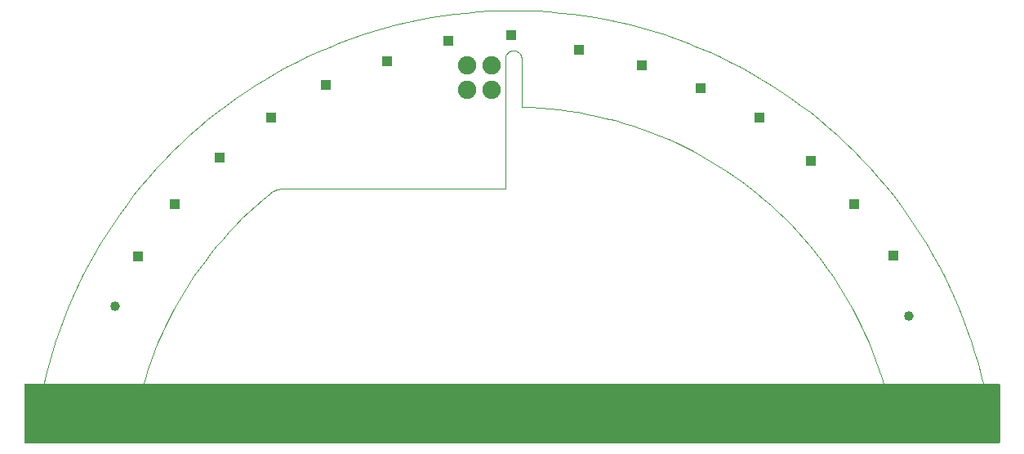
<source format=gbs>
G04 EAGLE Gerber RS-274X export*
G75*
%MOMM*%
%FSLAX34Y34*%
%LPD*%
%INMask_Bottom*%
%IPPOS*%
%AMOC8*
5,1,8,0,0,1.08239X$1,22.5*%
G01*
%ADD10C,0.000000*%
%ADD11C,1.903200*%
%ADD12R,1.009600X1.009600*%
%ADD13C,1.009600*%

G36*
X1000020Y-10758D02*
X1000020Y-10758D01*
X1000039Y-10760D01*
X1000141Y-10738D01*
X1000243Y-10722D01*
X1000260Y-10712D01*
X1000280Y-10708D01*
X1000369Y-10655D01*
X1000460Y-10606D01*
X1000474Y-10592D01*
X1000491Y-10582D01*
X1000558Y-10503D01*
X1000630Y-10428D01*
X1000638Y-10410D01*
X1000651Y-10395D01*
X1000690Y-10299D01*
X1000733Y-10205D01*
X1000735Y-10185D01*
X1000743Y-10167D01*
X1000761Y-10000D01*
X1000761Y50000D01*
X1000758Y50020D01*
X1000760Y50039D01*
X1000738Y50141D01*
X1000722Y50243D01*
X1000712Y50260D01*
X1000708Y50280D01*
X1000655Y50369D01*
X1000606Y50460D01*
X1000592Y50474D01*
X1000582Y50491D01*
X1000503Y50558D01*
X1000428Y50630D01*
X1000410Y50638D01*
X1000395Y50651D01*
X1000299Y50690D01*
X1000205Y50733D01*
X1000185Y50735D01*
X1000167Y50743D01*
X1000000Y50761D01*
X-10000Y50761D01*
X-10020Y50758D01*
X-10039Y50760D01*
X-10141Y50738D01*
X-10243Y50722D01*
X-10260Y50712D01*
X-10280Y50708D01*
X-10369Y50655D01*
X-10460Y50606D01*
X-10474Y50592D01*
X-10491Y50582D01*
X-10558Y50503D01*
X-10630Y50428D01*
X-10638Y50410D01*
X-10651Y50395D01*
X-10690Y50299D01*
X-10733Y50205D01*
X-10735Y50185D01*
X-10743Y50167D01*
X-10761Y50000D01*
X-10761Y-10000D01*
X-10758Y-10020D01*
X-10760Y-10039D01*
X-10738Y-10141D01*
X-10722Y-10243D01*
X-10712Y-10260D01*
X-10708Y-10280D01*
X-10655Y-10369D01*
X-10606Y-10460D01*
X-10592Y-10474D01*
X-10582Y-10491D01*
X-10503Y-10558D01*
X-10428Y-10630D01*
X-10410Y-10638D01*
X-10395Y-10651D01*
X-10299Y-10690D01*
X-10205Y-10733D01*
X-10185Y-10735D01*
X-10167Y-10743D01*
X-10000Y-10761D01*
X1000000Y-10761D01*
X1000020Y-10758D01*
G37*
D10*
X992282Y0D02*
X990613Y12144D01*
X988646Y24243D01*
X986384Y36290D01*
X983826Y48278D01*
X980976Y60200D01*
X977834Y72048D01*
X974403Y83816D01*
X970685Y95496D01*
X966681Y107081D01*
X962394Y118565D01*
X957827Y129940D01*
X952983Y141200D01*
X947864Y152338D01*
X942474Y163347D01*
X936815Y174220D01*
X930892Y184952D01*
X924707Y195535D01*
X918265Y205963D01*
X911569Y216230D01*
X904623Y226330D01*
X897432Y236257D01*
X890000Y246004D01*
X882331Y255567D01*
X874430Y264938D01*
X866301Y274113D01*
X857950Y283086D01*
X849382Y291851D01*
X840601Y300404D01*
X831613Y308739D01*
X822424Y316851D01*
X813039Y324736D01*
X803463Y332388D01*
X793702Y339803D01*
X783763Y346977D01*
X773650Y353904D01*
X763371Y360582D01*
X752932Y367006D01*
X742338Y373172D01*
X731596Y379076D01*
X720712Y384715D01*
X709694Y390086D01*
X698547Y395185D01*
X687278Y400009D01*
X675895Y404556D01*
X664404Y408822D01*
X652811Y412806D01*
X641125Y416503D01*
X629351Y419914D01*
X617497Y423034D01*
X605570Y425863D01*
X593578Y428399D01*
X581527Y430640D01*
X569424Y432585D01*
X557278Y434233D01*
X545095Y435583D01*
X532882Y436633D01*
X520647Y437384D01*
X508398Y437835D01*
X496141Y437985D01*
X483884Y437835D01*
X471635Y437384D01*
X459400Y436633D01*
X447187Y435583D01*
X435004Y434233D01*
X422858Y432585D01*
X410755Y430640D01*
X398704Y428399D01*
X386712Y425863D01*
X374785Y423034D01*
X362931Y419914D01*
X351157Y416503D01*
X339471Y412806D01*
X327878Y408822D01*
X316387Y404556D01*
X305004Y400009D01*
X293735Y395185D01*
X282588Y390086D01*
X271570Y384715D01*
X260686Y379076D01*
X249944Y373172D01*
X239350Y367006D01*
X228911Y360582D01*
X218632Y353904D01*
X208519Y346977D01*
X198580Y339803D01*
X188819Y332388D01*
X179243Y324736D01*
X169858Y316851D01*
X160669Y308739D01*
X151681Y300404D01*
X142900Y291851D01*
X134332Y283086D01*
X125981Y274113D01*
X117852Y264938D01*
X109951Y255567D01*
X102282Y246004D01*
X94850Y236257D01*
X87659Y226330D01*
X80713Y216230D01*
X74017Y205963D01*
X67575Y195535D01*
X61390Y184952D01*
X55467Y174220D01*
X49808Y163347D01*
X44418Y152338D01*
X39299Y141200D01*
X34455Y129940D01*
X29888Y118565D01*
X25601Y107081D01*
X21597Y95496D01*
X17879Y83816D01*
X14448Y72048D01*
X11306Y60200D01*
X8456Y48278D01*
X5898Y36290D01*
X3636Y24243D01*
X1669Y12144D01*
X0Y0D01*
X933295Y30000D02*
X933298Y30207D01*
X933305Y30414D01*
X933318Y30620D01*
X933335Y30827D01*
X933358Y31032D01*
X933386Y31238D01*
X933418Y31442D01*
X933456Y31646D01*
X933498Y31848D01*
X933546Y32050D01*
X933598Y32250D01*
X933655Y32449D01*
X933717Y32646D01*
X933784Y32842D01*
X933856Y33036D01*
X933932Y33229D01*
X934013Y33419D01*
X934099Y33608D01*
X934189Y33794D01*
X934283Y33978D01*
X934383Y34160D01*
X934486Y34339D01*
X934594Y34516D01*
X934706Y34690D01*
X934822Y34861D01*
X934943Y35030D01*
X935067Y35195D01*
X935196Y35357D01*
X935328Y35516D01*
X935464Y35672D01*
X935604Y35825D01*
X935748Y35974D01*
X935895Y36119D01*
X936046Y36261D01*
X936200Y36399D01*
X936358Y36534D01*
X936518Y36664D01*
X936682Y36790D01*
X936849Y36913D01*
X937019Y37031D01*
X937192Y37146D01*
X937367Y37256D01*
X937545Y37361D01*
X937726Y37463D01*
X937908Y37559D01*
X938094Y37652D01*
X938281Y37740D01*
X938471Y37823D01*
X938662Y37902D01*
X938855Y37976D01*
X939051Y38045D01*
X939247Y38109D01*
X939445Y38169D01*
X939645Y38224D01*
X939846Y38274D01*
X940048Y38319D01*
X940251Y38359D01*
X940455Y38394D01*
X940660Y38424D01*
X940865Y38449D01*
X941071Y38469D01*
X941278Y38484D01*
X941485Y38494D01*
X941692Y38499D01*
X941898Y38499D01*
X942105Y38494D01*
X942312Y38484D01*
X942519Y38469D01*
X942725Y38449D01*
X942930Y38424D01*
X943135Y38394D01*
X943339Y38359D01*
X943542Y38319D01*
X943744Y38274D01*
X943945Y38224D01*
X944145Y38169D01*
X944343Y38109D01*
X944539Y38045D01*
X944735Y37976D01*
X944928Y37902D01*
X945119Y37823D01*
X945309Y37740D01*
X945496Y37652D01*
X945682Y37559D01*
X945864Y37463D01*
X946045Y37361D01*
X946223Y37256D01*
X946398Y37146D01*
X946571Y37031D01*
X946741Y36913D01*
X946908Y36790D01*
X947072Y36664D01*
X947232Y36534D01*
X947390Y36399D01*
X947544Y36261D01*
X947695Y36119D01*
X947842Y35974D01*
X947986Y35825D01*
X948126Y35672D01*
X948262Y35516D01*
X948394Y35357D01*
X948523Y35195D01*
X948647Y35030D01*
X948768Y34861D01*
X948884Y34690D01*
X948996Y34516D01*
X949104Y34339D01*
X949207Y34160D01*
X949307Y33978D01*
X949401Y33794D01*
X949491Y33608D01*
X949577Y33419D01*
X949658Y33229D01*
X949734Y33036D01*
X949806Y32842D01*
X949873Y32646D01*
X949935Y32449D01*
X949992Y32250D01*
X950044Y32050D01*
X950092Y31848D01*
X950134Y31646D01*
X950172Y31442D01*
X950204Y31238D01*
X950232Y31032D01*
X950255Y30827D01*
X950272Y30620D01*
X950285Y30414D01*
X950292Y30207D01*
X950295Y30000D01*
X891307Y0D02*
X889674Y9644D01*
X887804Y19246D01*
X885701Y28799D01*
X883365Y38297D01*
X880797Y47736D01*
X877999Y57109D01*
X874972Y66411D01*
X871719Y75636D01*
X868242Y84778D01*
X864542Y93833D01*
X860621Y102795D01*
X856483Y111658D01*
X852129Y120418D01*
X847562Y129068D01*
X842785Y137604D01*
X837801Y146020D01*
X832612Y154313D01*
X827223Y162476D01*
X821635Y170504D01*
X815852Y178394D01*
X809879Y186140D01*
X803717Y193737D01*
X797372Y201182D01*
X790847Y208469D01*
X784145Y215594D01*
X777271Y222553D01*
X770229Y229342D01*
X763023Y235957D01*
X755658Y242394D01*
X748137Y248649D01*
X740466Y254718D01*
X732648Y260597D01*
X724689Y266284D01*
X716594Y271774D01*
X708366Y277065D01*
X700012Y282153D01*
X691536Y287035D01*
X682942Y291708D01*
X674238Y296170D01*
X665426Y300418D01*
X656514Y304449D01*
X647505Y308260D01*
X638406Y311851D01*
X629222Y315217D01*
X619958Y318358D01*
X610621Y321272D01*
X601215Y323956D01*
X591746Y326410D01*
X582219Y328631D01*
X572642Y330619D01*
X563018Y332372D01*
X553355Y333889D01*
X543657Y335170D01*
X533931Y336212D01*
X524183Y337017D01*
X514417Y337583D01*
X504641Y337910D01*
X504641Y388000D02*
X504638Y388207D01*
X504631Y388414D01*
X504618Y388620D01*
X504601Y388827D01*
X504578Y389032D01*
X504550Y389238D01*
X504518Y389442D01*
X504480Y389646D01*
X504438Y389848D01*
X504390Y390050D01*
X504338Y390250D01*
X504281Y390449D01*
X504219Y390646D01*
X504152Y390842D01*
X504080Y391036D01*
X504004Y391229D01*
X503923Y391419D01*
X503837Y391608D01*
X503747Y391794D01*
X503653Y391978D01*
X503553Y392160D01*
X503450Y392339D01*
X503342Y392516D01*
X503230Y392690D01*
X503114Y392861D01*
X502993Y393030D01*
X502869Y393195D01*
X502740Y393357D01*
X502608Y393516D01*
X502472Y393672D01*
X502332Y393825D01*
X502188Y393974D01*
X502041Y394119D01*
X501890Y394261D01*
X501736Y394399D01*
X501578Y394534D01*
X501418Y394664D01*
X501254Y394790D01*
X501087Y394913D01*
X500917Y395031D01*
X500744Y395146D01*
X500569Y395256D01*
X500391Y395361D01*
X500210Y395463D01*
X500028Y395559D01*
X499842Y395652D01*
X499655Y395740D01*
X499465Y395823D01*
X499274Y395902D01*
X499081Y395976D01*
X498885Y396045D01*
X498689Y396109D01*
X498491Y396169D01*
X498291Y396224D01*
X498090Y396274D01*
X497888Y396319D01*
X497685Y396359D01*
X497481Y396394D01*
X497276Y396424D01*
X497071Y396449D01*
X496865Y396469D01*
X496658Y396484D01*
X496451Y396494D01*
X496244Y396499D01*
X496038Y396499D01*
X495831Y396494D01*
X495624Y396484D01*
X495417Y396469D01*
X495211Y396449D01*
X495006Y396424D01*
X494801Y396394D01*
X494597Y396359D01*
X494394Y396319D01*
X494192Y396274D01*
X493991Y396224D01*
X493791Y396169D01*
X493593Y396109D01*
X493397Y396045D01*
X493201Y395976D01*
X493008Y395902D01*
X492817Y395823D01*
X492627Y395740D01*
X492440Y395652D01*
X492254Y395559D01*
X492072Y395463D01*
X491891Y395361D01*
X491713Y395256D01*
X491538Y395146D01*
X491365Y395031D01*
X491195Y394913D01*
X491028Y394790D01*
X490864Y394664D01*
X490704Y394534D01*
X490546Y394399D01*
X490392Y394261D01*
X490241Y394119D01*
X490094Y393974D01*
X489950Y393825D01*
X489810Y393672D01*
X489674Y393516D01*
X489542Y393357D01*
X489413Y393195D01*
X489289Y393030D01*
X489168Y392861D01*
X489052Y392690D01*
X488940Y392516D01*
X488832Y392339D01*
X488729Y392160D01*
X488629Y391978D01*
X488535Y391794D01*
X488445Y391608D01*
X488359Y391419D01*
X488278Y391229D01*
X488202Y391036D01*
X488130Y390842D01*
X488063Y390646D01*
X488001Y390449D01*
X487944Y390250D01*
X487892Y390050D01*
X487844Y389848D01*
X487802Y389646D01*
X487764Y389442D01*
X487732Y389238D01*
X487704Y389032D01*
X487681Y388827D01*
X487664Y388620D01*
X487651Y388414D01*
X487644Y388207D01*
X487641Y388000D01*
X256500Y252910D02*
X256012Y252904D01*
X255525Y252886D01*
X255039Y252857D01*
X254553Y252815D01*
X254068Y252762D01*
X253585Y252697D01*
X253104Y252620D01*
X252625Y252531D01*
X252148Y252431D01*
X251673Y252319D01*
X251202Y252196D01*
X250733Y252061D01*
X250269Y251915D01*
X249807Y251757D01*
X249350Y251589D01*
X248897Y251409D01*
X248448Y251218D01*
X248005Y251016D01*
X247566Y250804D01*
X247133Y250581D01*
X246705Y250347D01*
X246283Y250104D01*
X245867Y249850D01*
X245457Y249585D01*
X245054Y249311D01*
X244658Y249028D01*
X244268Y248734D01*
X243887Y248431D01*
X243887Y248432D02*
X236380Y242178D01*
X229028Y235743D01*
X221836Y229131D01*
X214807Y222344D01*
X207945Y215388D01*
X201256Y208267D01*
X194743Y200984D01*
X188410Y193544D01*
X182260Y185952D01*
X176298Y178212D01*
X170526Y170328D01*
X164949Y162306D01*
X159569Y154150D01*
X154390Y145865D01*
X149415Y137456D01*
X144647Y128928D01*
X140089Y120287D01*
X135743Y111536D01*
X131612Y102682D01*
X127698Y93729D01*
X124005Y84684D01*
X120533Y75551D01*
X117286Y66336D01*
X114265Y57044D01*
X111471Y47682D01*
X108908Y38254D01*
X106575Y28766D01*
X104474Y19224D01*
X102608Y9634D01*
X100976Y0D01*
X58988Y30000D02*
X58985Y30207D01*
X58978Y30414D01*
X58965Y30620D01*
X58948Y30827D01*
X58925Y31032D01*
X58897Y31238D01*
X58865Y31442D01*
X58827Y31646D01*
X58785Y31848D01*
X58737Y32050D01*
X58685Y32250D01*
X58628Y32449D01*
X58566Y32646D01*
X58499Y32842D01*
X58427Y33036D01*
X58351Y33229D01*
X58270Y33419D01*
X58184Y33608D01*
X58094Y33794D01*
X58000Y33978D01*
X57900Y34160D01*
X57797Y34339D01*
X57689Y34516D01*
X57577Y34690D01*
X57461Y34861D01*
X57340Y35030D01*
X57216Y35195D01*
X57087Y35357D01*
X56955Y35516D01*
X56819Y35672D01*
X56679Y35825D01*
X56535Y35974D01*
X56388Y36119D01*
X56237Y36261D01*
X56083Y36399D01*
X55925Y36534D01*
X55765Y36664D01*
X55601Y36790D01*
X55434Y36913D01*
X55264Y37031D01*
X55091Y37146D01*
X54916Y37256D01*
X54738Y37361D01*
X54557Y37463D01*
X54375Y37559D01*
X54189Y37652D01*
X54002Y37740D01*
X53812Y37823D01*
X53621Y37902D01*
X53428Y37976D01*
X53232Y38045D01*
X53036Y38109D01*
X52838Y38169D01*
X52638Y38224D01*
X52437Y38274D01*
X52235Y38319D01*
X52032Y38359D01*
X51828Y38394D01*
X51623Y38424D01*
X51418Y38449D01*
X51212Y38469D01*
X51005Y38484D01*
X50798Y38494D01*
X50591Y38499D01*
X50385Y38499D01*
X50178Y38494D01*
X49971Y38484D01*
X49764Y38469D01*
X49558Y38449D01*
X49353Y38424D01*
X49148Y38394D01*
X48944Y38359D01*
X48741Y38319D01*
X48539Y38274D01*
X48338Y38224D01*
X48138Y38169D01*
X47940Y38109D01*
X47744Y38045D01*
X47548Y37976D01*
X47355Y37902D01*
X47164Y37823D01*
X46974Y37740D01*
X46787Y37652D01*
X46601Y37559D01*
X46419Y37463D01*
X46238Y37361D01*
X46060Y37256D01*
X45885Y37146D01*
X45712Y37031D01*
X45542Y36913D01*
X45375Y36790D01*
X45211Y36664D01*
X45051Y36534D01*
X44893Y36399D01*
X44739Y36261D01*
X44588Y36119D01*
X44441Y35974D01*
X44297Y35825D01*
X44157Y35672D01*
X44021Y35516D01*
X43889Y35357D01*
X43760Y35195D01*
X43636Y35030D01*
X43515Y34861D01*
X43399Y34690D01*
X43287Y34516D01*
X43179Y34339D01*
X43076Y34160D01*
X42976Y33978D01*
X42882Y33794D01*
X42792Y33608D01*
X42706Y33419D01*
X42625Y33229D01*
X42549Y33036D01*
X42477Y32842D01*
X42410Y32646D01*
X42348Y32449D01*
X42291Y32250D01*
X42239Y32050D01*
X42191Y31848D01*
X42149Y31646D01*
X42111Y31442D01*
X42079Y31238D01*
X42051Y31032D01*
X42028Y30827D01*
X42011Y30620D01*
X41998Y30414D01*
X41991Y30207D01*
X41988Y30000D01*
X950295Y0D02*
X992282Y0D01*
X990613Y12144D01*
X988646Y24243D01*
X986384Y36290D01*
X983826Y48278D01*
X980976Y60200D01*
X977834Y72048D01*
X974403Y83816D01*
X970685Y95496D01*
X966681Y107081D01*
X962394Y118565D01*
X957827Y129940D01*
X952983Y141200D01*
X947864Y152338D01*
X942474Y163347D01*
X936815Y174220D01*
X930892Y184952D01*
X924707Y195535D01*
X918265Y205963D01*
X911569Y216230D01*
X904623Y226330D01*
X897432Y236257D01*
X890000Y246004D01*
X882331Y255567D01*
X874430Y264938D01*
X866301Y274113D01*
X857950Y283086D01*
X849382Y291851D01*
X840601Y300404D01*
X831613Y308739D01*
X822424Y316851D01*
X813039Y324736D01*
X803463Y332388D01*
X793702Y339803D01*
X783763Y346977D01*
X773650Y353904D01*
X763371Y360582D01*
X752932Y367006D01*
X742338Y373172D01*
X731596Y379076D01*
X720712Y384715D01*
X709694Y390086D01*
X698547Y395185D01*
X687278Y400009D01*
X675895Y404556D01*
X664404Y408822D01*
X652811Y412806D01*
X641125Y416503D01*
X629351Y419914D01*
X617497Y423034D01*
X605570Y425863D01*
X593578Y428399D01*
X581527Y430640D01*
X569424Y432585D01*
X557278Y434233D01*
X545095Y435583D01*
X532882Y436633D01*
X520647Y437384D01*
X508398Y437835D01*
X496141Y437985D01*
X483884Y437835D01*
X471635Y437384D01*
X459400Y436633D01*
X447187Y435583D01*
X435004Y434233D01*
X422858Y432585D01*
X410755Y430640D01*
X398704Y428399D01*
X386712Y425863D01*
X374785Y423034D01*
X362931Y419914D01*
X351157Y416503D01*
X339471Y412806D01*
X327878Y408822D01*
X316387Y404556D01*
X305004Y400009D01*
X293735Y395185D01*
X282588Y390086D01*
X271570Y384715D01*
X260686Y379076D01*
X249944Y373172D01*
X239350Y367006D01*
X228911Y360582D01*
X218632Y353904D01*
X208519Y346977D01*
X198580Y339803D01*
X188819Y332388D01*
X179243Y324736D01*
X169858Y316851D01*
X160669Y308739D01*
X151681Y300404D01*
X142900Y291851D01*
X134332Y283086D01*
X125981Y274113D01*
X117852Y264938D01*
X109951Y255567D01*
X102282Y246004D01*
X94850Y236257D01*
X87659Y226330D01*
X80713Y216230D01*
X74017Y205963D01*
X67575Y195535D01*
X61390Y184952D01*
X55467Y174220D01*
X49808Y163347D01*
X44418Y152338D01*
X39299Y141200D01*
X34455Y129940D01*
X29888Y118565D01*
X25601Y107081D01*
X21597Y95496D01*
X17879Y83816D01*
X14448Y72048D01*
X11306Y60200D01*
X8456Y48278D01*
X5898Y36290D01*
X3636Y24243D01*
X1669Y12144D01*
X0Y0D01*
X41988Y0D01*
X41988Y30000D01*
X41991Y30207D01*
X41998Y30414D01*
X42011Y30620D01*
X42028Y30827D01*
X42051Y31032D01*
X42079Y31238D01*
X42111Y31442D01*
X42149Y31646D01*
X42191Y31848D01*
X42239Y32050D01*
X42291Y32250D01*
X42348Y32449D01*
X42410Y32646D01*
X42477Y32842D01*
X42549Y33036D01*
X42625Y33229D01*
X42706Y33419D01*
X42792Y33608D01*
X42882Y33794D01*
X42976Y33978D01*
X43076Y34160D01*
X43179Y34339D01*
X43287Y34516D01*
X43399Y34690D01*
X43515Y34861D01*
X43636Y35030D01*
X43760Y35195D01*
X43889Y35357D01*
X44021Y35516D01*
X44157Y35672D01*
X44297Y35825D01*
X44441Y35974D01*
X44588Y36119D01*
X44739Y36261D01*
X44893Y36399D01*
X45051Y36534D01*
X45211Y36664D01*
X45375Y36790D01*
X45542Y36913D01*
X45712Y37031D01*
X45885Y37146D01*
X46060Y37256D01*
X46238Y37361D01*
X46419Y37463D01*
X46601Y37559D01*
X46787Y37652D01*
X46974Y37740D01*
X47164Y37823D01*
X47355Y37902D01*
X47548Y37976D01*
X47744Y38045D01*
X47940Y38109D01*
X48138Y38169D01*
X48338Y38224D01*
X48539Y38274D01*
X48741Y38319D01*
X48944Y38359D01*
X49148Y38394D01*
X49353Y38424D01*
X49558Y38449D01*
X49764Y38469D01*
X49971Y38484D01*
X50178Y38494D01*
X50385Y38499D01*
X50591Y38499D01*
X50798Y38494D01*
X51005Y38484D01*
X51212Y38469D01*
X51418Y38449D01*
X51623Y38424D01*
X51828Y38394D01*
X52032Y38359D01*
X52235Y38319D01*
X52437Y38274D01*
X52638Y38224D01*
X52838Y38169D01*
X53036Y38109D01*
X53232Y38045D01*
X53428Y37976D01*
X53621Y37902D01*
X53812Y37823D01*
X54002Y37740D01*
X54189Y37652D01*
X54375Y37559D01*
X54557Y37463D01*
X54738Y37361D01*
X54916Y37256D01*
X55091Y37146D01*
X55264Y37031D01*
X55434Y36913D01*
X55601Y36790D01*
X55765Y36664D01*
X55925Y36534D01*
X56083Y36399D01*
X56237Y36261D01*
X56388Y36119D01*
X56535Y35974D01*
X56679Y35825D01*
X56819Y35672D01*
X56955Y35516D01*
X57087Y35357D01*
X57216Y35195D01*
X57340Y35030D01*
X57461Y34861D01*
X57577Y34690D01*
X57689Y34516D01*
X57797Y34339D01*
X57900Y34160D01*
X58000Y33978D01*
X58094Y33794D01*
X58184Y33608D01*
X58270Y33419D01*
X58351Y33229D01*
X58427Y33036D01*
X58499Y32842D01*
X58566Y32646D01*
X58628Y32449D01*
X58685Y32250D01*
X58737Y32050D01*
X58785Y31848D01*
X58827Y31646D01*
X58865Y31442D01*
X58897Y31238D01*
X58925Y31032D01*
X58948Y30827D01*
X58965Y30620D01*
X58978Y30414D01*
X58985Y30207D01*
X58988Y30000D01*
X58988Y0D01*
X100975Y0D01*
X100976Y0D02*
X102608Y9634D01*
X104474Y19224D01*
X106575Y28766D01*
X108908Y38254D01*
X111471Y47682D01*
X114265Y57044D01*
X117286Y66336D01*
X120533Y75551D01*
X124005Y84684D01*
X127698Y93729D01*
X131612Y102682D01*
X135743Y111536D01*
X140089Y120287D01*
X144647Y128928D01*
X149415Y137456D01*
X154390Y145865D01*
X159569Y154150D01*
X164949Y162306D01*
X170526Y170328D01*
X176298Y178212D01*
X182260Y185952D01*
X188410Y193544D01*
X194743Y200984D01*
X201256Y208267D01*
X207945Y215388D01*
X214807Y222344D01*
X221836Y229131D01*
X229028Y235743D01*
X236380Y242178D01*
X243887Y248432D01*
X243887Y248431D02*
X244268Y248734D01*
X244658Y249028D01*
X245054Y249311D01*
X245457Y249585D01*
X245867Y249850D01*
X246283Y250104D01*
X246705Y250347D01*
X247133Y250581D01*
X247566Y250804D01*
X248005Y251016D01*
X248448Y251218D01*
X248897Y251409D01*
X249350Y251589D01*
X249807Y251757D01*
X250269Y251915D01*
X250733Y252061D01*
X251202Y252196D01*
X251673Y252319D01*
X252148Y252431D01*
X252625Y252531D01*
X253104Y252620D01*
X253585Y252697D01*
X254068Y252762D01*
X254553Y252815D01*
X255039Y252857D01*
X255525Y252886D01*
X256012Y252904D01*
X256500Y252910D01*
X487641Y252910D01*
X487641Y388000D01*
X487644Y388207D01*
X487651Y388414D01*
X487664Y388620D01*
X487681Y388827D01*
X487704Y389032D01*
X487732Y389238D01*
X487764Y389442D01*
X487802Y389646D01*
X487844Y389848D01*
X487892Y390050D01*
X487944Y390250D01*
X488001Y390449D01*
X488063Y390646D01*
X488130Y390842D01*
X488202Y391036D01*
X488278Y391229D01*
X488359Y391419D01*
X488445Y391608D01*
X488535Y391794D01*
X488629Y391978D01*
X488729Y392160D01*
X488832Y392339D01*
X488940Y392516D01*
X489052Y392690D01*
X489168Y392861D01*
X489289Y393030D01*
X489413Y393195D01*
X489542Y393357D01*
X489674Y393516D01*
X489810Y393672D01*
X489950Y393825D01*
X490094Y393974D01*
X490241Y394119D01*
X490392Y394261D01*
X490546Y394399D01*
X490704Y394534D01*
X490864Y394664D01*
X491028Y394790D01*
X491195Y394913D01*
X491365Y395031D01*
X491538Y395146D01*
X491713Y395256D01*
X491891Y395361D01*
X492072Y395463D01*
X492254Y395559D01*
X492440Y395652D01*
X492627Y395740D01*
X492817Y395823D01*
X493008Y395902D01*
X493201Y395976D01*
X493397Y396045D01*
X493593Y396109D01*
X493791Y396169D01*
X493991Y396224D01*
X494192Y396274D01*
X494394Y396319D01*
X494597Y396359D01*
X494801Y396394D01*
X495006Y396424D01*
X495211Y396449D01*
X495417Y396469D01*
X495624Y396484D01*
X495831Y396494D01*
X496038Y396499D01*
X496244Y396499D01*
X496451Y396494D01*
X496658Y396484D01*
X496865Y396469D01*
X497071Y396449D01*
X497276Y396424D01*
X497481Y396394D01*
X497685Y396359D01*
X497888Y396319D01*
X498090Y396274D01*
X498291Y396224D01*
X498491Y396169D01*
X498689Y396109D01*
X498885Y396045D01*
X499081Y395976D01*
X499274Y395902D01*
X499465Y395823D01*
X499655Y395740D01*
X499842Y395652D01*
X500028Y395559D01*
X500210Y395463D01*
X500391Y395361D01*
X500569Y395256D01*
X500744Y395146D01*
X500917Y395031D01*
X501087Y394913D01*
X501254Y394790D01*
X501418Y394664D01*
X501578Y394534D01*
X501736Y394399D01*
X501890Y394261D01*
X502041Y394119D01*
X502188Y393974D01*
X502332Y393825D01*
X502472Y393672D01*
X502608Y393516D01*
X502740Y393357D01*
X502869Y393195D01*
X502993Y393030D01*
X503114Y392861D01*
X503230Y392690D01*
X503342Y392516D01*
X503450Y392339D01*
X503553Y392160D01*
X503653Y391978D01*
X503747Y391794D01*
X503837Y391608D01*
X503923Y391419D01*
X504004Y391229D01*
X504080Y391036D01*
X504152Y390842D01*
X504219Y390646D01*
X504281Y390449D01*
X504338Y390250D01*
X504390Y390050D01*
X504438Y389848D01*
X504480Y389646D01*
X504518Y389442D01*
X504550Y389238D01*
X504578Y389032D01*
X504601Y388827D01*
X504618Y388620D01*
X504631Y388414D01*
X504638Y388207D01*
X504641Y388000D01*
X504641Y337910D01*
X514417Y337583D01*
X524183Y337017D01*
X533931Y336212D01*
X543657Y335170D01*
X553355Y333889D01*
X563018Y332372D01*
X572642Y330619D01*
X582219Y328631D01*
X591746Y326410D01*
X601215Y323956D01*
X610621Y321272D01*
X619958Y318358D01*
X629222Y315217D01*
X638406Y311851D01*
X647505Y308260D01*
X656514Y304449D01*
X665426Y300418D01*
X674238Y296170D01*
X682942Y291708D01*
X691536Y287035D01*
X700012Y282153D01*
X708366Y277065D01*
X716594Y271774D01*
X724689Y266284D01*
X732648Y260597D01*
X740466Y254718D01*
X748137Y248649D01*
X755658Y242394D01*
X763023Y235957D01*
X770229Y229342D01*
X777271Y222553D01*
X784145Y215594D01*
X790847Y208469D01*
X797372Y201182D01*
X803717Y193737D01*
X809879Y186140D01*
X815852Y178394D01*
X821635Y170504D01*
X827223Y162476D01*
X832612Y154313D01*
X837801Y146020D01*
X842785Y137604D01*
X847562Y129068D01*
X852129Y120418D01*
X856483Y111658D01*
X860621Y102795D01*
X864542Y93833D01*
X868242Y84778D01*
X871719Y75636D01*
X874972Y66411D01*
X877999Y57109D01*
X880797Y47736D01*
X883365Y38297D01*
X885701Y28799D01*
X887804Y19246D01*
X889674Y9644D01*
X891307Y0D01*
X933295Y0D01*
X933295Y30000D01*
X933298Y30207D01*
X933305Y30414D01*
X933318Y30620D01*
X933335Y30827D01*
X933358Y31032D01*
X933386Y31238D01*
X933418Y31442D01*
X933456Y31646D01*
X933498Y31848D01*
X933546Y32050D01*
X933598Y32250D01*
X933655Y32449D01*
X933717Y32646D01*
X933784Y32842D01*
X933856Y33036D01*
X933932Y33229D01*
X934013Y33419D01*
X934099Y33608D01*
X934189Y33794D01*
X934283Y33978D01*
X934383Y34160D01*
X934486Y34339D01*
X934594Y34516D01*
X934706Y34690D01*
X934822Y34861D01*
X934943Y35030D01*
X935067Y35195D01*
X935196Y35357D01*
X935328Y35516D01*
X935464Y35672D01*
X935604Y35825D01*
X935748Y35974D01*
X935895Y36119D01*
X936046Y36261D01*
X936200Y36399D01*
X936358Y36534D01*
X936518Y36664D01*
X936682Y36790D01*
X936849Y36913D01*
X937019Y37031D01*
X937192Y37146D01*
X937367Y37256D01*
X937545Y37361D01*
X937726Y37463D01*
X937908Y37559D01*
X938094Y37652D01*
X938281Y37740D01*
X938471Y37823D01*
X938662Y37902D01*
X938855Y37976D01*
X939051Y38045D01*
X939247Y38109D01*
X939445Y38169D01*
X939645Y38224D01*
X939846Y38274D01*
X940048Y38319D01*
X940251Y38359D01*
X940455Y38394D01*
X940660Y38424D01*
X940865Y38449D01*
X941071Y38469D01*
X941278Y38484D01*
X941485Y38494D01*
X941692Y38499D01*
X941898Y38499D01*
X942105Y38494D01*
X942312Y38484D01*
X942519Y38469D01*
X942725Y38449D01*
X942930Y38424D01*
X943135Y38394D01*
X943339Y38359D01*
X943542Y38319D01*
X943744Y38274D01*
X943945Y38224D01*
X944145Y38169D01*
X944343Y38109D01*
X944539Y38045D01*
X944735Y37976D01*
X944928Y37902D01*
X945119Y37823D01*
X945309Y37740D01*
X945496Y37652D01*
X945682Y37559D01*
X945864Y37463D01*
X946045Y37361D01*
X946223Y37256D01*
X946398Y37146D01*
X946571Y37031D01*
X946741Y36913D01*
X946908Y36790D01*
X947072Y36664D01*
X947232Y36534D01*
X947390Y36399D01*
X947544Y36261D01*
X947695Y36119D01*
X947842Y35974D01*
X947986Y35825D01*
X948126Y35672D01*
X948262Y35516D01*
X948394Y35357D01*
X948523Y35195D01*
X948647Y35030D01*
X948768Y34861D01*
X948884Y34690D01*
X948996Y34516D01*
X949104Y34339D01*
X949207Y34160D01*
X949307Y33978D01*
X949401Y33794D01*
X949491Y33608D01*
X949577Y33419D01*
X949658Y33229D01*
X949734Y33036D01*
X949806Y32842D01*
X949873Y32646D01*
X949935Y32449D01*
X949992Y32250D01*
X950044Y32050D01*
X950092Y31848D01*
X950134Y31646D01*
X950172Y31442D01*
X950204Y31238D01*
X950232Y31032D01*
X950255Y30827D01*
X950272Y30620D01*
X950285Y30414D01*
X950292Y30207D01*
X950295Y30000D01*
X950295Y0D01*
D11*
X448540Y355300D03*
X473940Y380700D03*
X448540Y380700D03*
X473940Y355300D03*
D12*
X365351Y385252D03*
X302167Y361018D03*
X429091Y406143D03*
X493945Y412550D03*
X564644Y397229D03*
X245107Y326757D03*
X191666Y285253D03*
X145182Y236785D03*
X107328Y182747D03*
X629498Y381352D03*
X690177Y357675D03*
X751133Y326478D03*
X804854Y281910D03*
X849945Y237342D03*
X890305Y183582D03*
D13*
X83368Y131583D03*
X906326Y120680D03*
M02*

</source>
